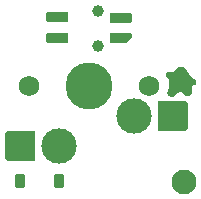
<source format=gbr>
%TF.GenerationSoftware,KiCad,Pcbnew,(7.0.0-0)*%
%TF.CreationDate,2023-04-16T17:27:38-07:00*%
%TF.ProjectId,Amoeba_executive,416d6f65-6261-45f6-9578-656375746976,rev?*%
%TF.SameCoordinates,Original*%
%TF.FileFunction,Soldermask,Bot*%
%TF.FilePolarity,Negative*%
%FSLAX46Y46*%
G04 Gerber Fmt 4.6, Leading zero omitted, Abs format (unit mm)*
G04 Created by KiCad (PCBNEW (7.0.0-0)) date 2023-04-16 17:27:38*
%MOMM*%
%LPD*%
G01*
G04 APERTURE LIST*
G04 Aperture macros list*
%AMRoundRect*
0 Rectangle with rounded corners*
0 $1 Rounding radius*
0 $2 $3 $4 $5 $6 $7 $8 $9 X,Y pos of 4 corners*
0 Add a 4 corners polygon primitive as box body*
4,1,4,$2,$3,$4,$5,$6,$7,$8,$9,$2,$3,0*
0 Add four circle primitives for the rounded corners*
1,1,$1+$1,$2,$3*
1,1,$1+$1,$4,$5*
1,1,$1+$1,$6,$7*
1,1,$1+$1,$8,$9*
0 Add four rect primitives between the rounded corners*
20,1,$1+$1,$2,$3,$4,$5,0*
20,1,$1+$1,$4,$5,$6,$7,0*
20,1,$1+$1,$6,$7,$8,$9,0*
20,1,$1+$1,$8,$9,$2,$3,0*%
%AMFreePoly0*
4,1,13,-0.909987,0.212526,-0.893809,0.293856,-0.847740,0.362805,-0.778791,0.408874,-0.697461,0.425052,0.909987,0.425052,0.909987,-0.425052,-0.697461,-0.425052,-0.778791,-0.408874,-0.847740,-0.362805,-0.893809,-0.293856,-0.909987,-0.212526,-0.909987,0.212526,-0.909987,0.212526,$1*%
%AMFreePoly1*
4,1,13,-0.909987,0.210051,-0.893998,0.290434,-0.848464,0.358580,-0.780318,0.404114,-0.699935,0.420103,0.909987,0.420103,0.909987,-0.420103,-0.699935,-0.420103,-0.780318,-0.404114,-0.848464,-0.358580,-0.893998,-0.290434,-0.909987,-0.210051,-0.909987,0.210051,-0.909987,0.210051,$1*%
%AMFreePoly2*
4,1,18,-0.744993,0.000000,-0.324890,0.420103,0.534941,0.420103,0.615324,0.404114,0.683470,0.358580,0.729004,0.290434,0.744993,0.210051,0.744993,-0.210051,0.729004,-0.290434,0.683470,-0.358580,0.615324,-0.404114,0.534941,-0.420103,-0.534941,-0.420103,-0.615324,-0.404114,-0.683470,-0.358580,-0.729004,-0.290434,-0.744993,-0.210051,-0.744993,0.000000,-0.744993,0.000000,$1*%
%AMFreePoly3*
4,1,13,-1.275000,1.000000,-1.255970,1.095671,-1.201777,1.176777,-1.120671,1.230970,-1.025000,1.250000,1.275000,1.250000,1.275000,-1.250000,-1.025000,-1.250000,-1.120671,-1.230970,-1.201777,-1.176777,-1.255970,-1.095671,-1.275000,-1.000000,-1.275000,1.000000,-1.275000,1.000000,$1*%
%AMFreePoly4*
4,1,13,-1.275000,1.250000,1.025000,1.250000,1.120671,1.230970,1.201777,1.176777,1.255970,1.095671,1.275000,1.000000,1.275000,-1.000000,1.255970,-1.095671,1.201777,-1.176777,1.120671,-1.230970,1.025000,-1.250000,-1.275000,-1.250000,-1.275000,1.250000,-1.275000,1.250000,$1*%
G04 Aperture macros list end*
%ADD10C,2.100000*%
%ADD11C,1.750000*%
%ADD12FreePoly0,0.000000*%
%ADD13FreePoly1,0.000000*%
%ADD14C,3.000000*%
%ADD15C,3.987800*%
%ADD16C,1.000000*%
%ADD17R,1.379987X0.840206*%
%ADD18FreePoly1,180.000000*%
%ADD19FreePoly2,180.000000*%
%ADD20FreePoly3,180.000000*%
%ADD21FreePoly4,180.000000*%
%ADD22RoundRect,0.225000X0.225000X0.375000X-0.225000X0.375000X-0.225000X-0.375000X0.225000X-0.375000X0*%
G04 APERTURE END LIST*
%TO.C,Amoeba-Logo-Small*%
G36*
X189556236Y-83739198D02*
G01*
X189578012Y-83740795D01*
X189599741Y-83743455D01*
X189621423Y-83747179D01*
X189643058Y-83751967D01*
X189664645Y-83757819D01*
X189686185Y-83764735D01*
X189707678Y-83772715D01*
X189729123Y-83781759D01*
X189750521Y-83791867D01*
X189771872Y-83803039D01*
X189793175Y-83815274D01*
X189814431Y-83828574D01*
X189835640Y-83842938D01*
X189853945Y-83856946D01*
X189871754Y-83872716D01*
X189889024Y-83889972D01*
X189905710Y-83908437D01*
X189921767Y-83927832D01*
X189937151Y-83947881D01*
X189951818Y-83968306D01*
X189965722Y-83988830D01*
X189978820Y-84009175D01*
X189991067Y-84029065D01*
X190002418Y-84048222D01*
X190012828Y-84066368D01*
X190022254Y-84083227D01*
X190030651Y-84098521D01*
X190037973Y-84111972D01*
X190044177Y-84123304D01*
X190061666Y-84154551D01*
X190078969Y-84184737D01*
X190096087Y-84213883D01*
X190113019Y-84242011D01*
X190129764Y-84269143D01*
X190146322Y-84295302D01*
X190162692Y-84320508D01*
X190178874Y-84344786D01*
X190194866Y-84368156D01*
X190210669Y-84390640D01*
X190226281Y-84412261D01*
X190241702Y-84433040D01*
X190256932Y-84453000D01*
X190271970Y-84472163D01*
X190286815Y-84490550D01*
X190301466Y-84508184D01*
X190315923Y-84525087D01*
X190330186Y-84541281D01*
X190344253Y-84556788D01*
X190358125Y-84571630D01*
X190371800Y-84585829D01*
X190385278Y-84599407D01*
X190398558Y-84612386D01*
X190411640Y-84624788D01*
X190424522Y-84636636D01*
X190437206Y-84647951D01*
X190449689Y-84658755D01*
X190461971Y-84669070D01*
X190474052Y-84678919D01*
X190485931Y-84688324D01*
X190497608Y-84697306D01*
X190509081Y-84705887D01*
X190520350Y-84714090D01*
X190531415Y-84721937D01*
X190542275Y-84729449D01*
X190552929Y-84736650D01*
X190563377Y-84743560D01*
X190573618Y-84750202D01*
X190583651Y-84756598D01*
X190593476Y-84762769D01*
X190603092Y-84768739D01*
X190612500Y-84774529D01*
X190621697Y-84780161D01*
X190630683Y-84785657D01*
X190639458Y-84791040D01*
X190648022Y-84796330D01*
X190656373Y-84801551D01*
X190664511Y-84806724D01*
X190672435Y-84811872D01*
X190680145Y-84817016D01*
X190687640Y-84822179D01*
X190694920Y-84827382D01*
X190701983Y-84832648D01*
X190708830Y-84837998D01*
X190715459Y-84843455D01*
X190721871Y-84849041D01*
X190728064Y-84854778D01*
X190734038Y-84860687D01*
X190739791Y-84866792D01*
X190745325Y-84873113D01*
X190750637Y-84879673D01*
X190755728Y-84886495D01*
X190760597Y-84893599D01*
X190765243Y-84901009D01*
X190769665Y-84908746D01*
X190773863Y-84916831D01*
X190777837Y-84925289D01*
X190781585Y-84934139D01*
X190785107Y-84943405D01*
X190788403Y-84953109D01*
X190791471Y-84963272D01*
X190794312Y-84973916D01*
X190796924Y-84985064D01*
X190799308Y-84996738D01*
X190801461Y-85008959D01*
X190803385Y-85021750D01*
X190805078Y-85035133D01*
X190806539Y-85049129D01*
X190807768Y-85063762D01*
X190808765Y-85079052D01*
X190809528Y-85095023D01*
X190810057Y-85111695D01*
X190810352Y-85129091D01*
X190810058Y-85142564D01*
X190809221Y-85155187D01*
X190807858Y-85166994D01*
X190805987Y-85178016D01*
X190803624Y-85188283D01*
X190800787Y-85197827D01*
X190797493Y-85206679D01*
X190793759Y-85214871D01*
X190789604Y-85222433D01*
X190785043Y-85229397D01*
X190780095Y-85235795D01*
X190774777Y-85241657D01*
X190769106Y-85247016D01*
X190763099Y-85251901D01*
X190756774Y-85256344D01*
X190750148Y-85260378D01*
X190743238Y-85264032D01*
X190736061Y-85267338D01*
X190728636Y-85270328D01*
X190720979Y-85273033D01*
X190713107Y-85275484D01*
X190705039Y-85277711D01*
X190696790Y-85279748D01*
X190688379Y-85281624D01*
X190679822Y-85283372D01*
X190671138Y-85285022D01*
X190662343Y-85286605D01*
X190653455Y-85288153D01*
X190644491Y-85289698D01*
X190635468Y-85291270D01*
X190626404Y-85292901D01*
X190617315Y-85294622D01*
X190608220Y-85296464D01*
X190599136Y-85298458D01*
X190590079Y-85300637D01*
X190581067Y-85303030D01*
X190572118Y-85305670D01*
X190563249Y-85308588D01*
X190554477Y-85311814D01*
X190545819Y-85315381D01*
X190537293Y-85319319D01*
X190528916Y-85323660D01*
X190520705Y-85328435D01*
X190512678Y-85333675D01*
X190504852Y-85339412D01*
X190497244Y-85345677D01*
X190489872Y-85352500D01*
X190482752Y-85359914D01*
X190475903Y-85367950D01*
X190469341Y-85376638D01*
X190463084Y-85386011D01*
X190457149Y-85396099D01*
X190451554Y-85406934D01*
X190446315Y-85418547D01*
X190441450Y-85430969D01*
X190436977Y-85444232D01*
X190432912Y-85458367D01*
X190429274Y-85473404D01*
X190426078Y-85489376D01*
X190423343Y-85506314D01*
X190421086Y-85524248D01*
X190419325Y-85543211D01*
X190418075Y-85563233D01*
X190417356Y-85584346D01*
X190417184Y-85606581D01*
X190417576Y-85629969D01*
X190418550Y-85654542D01*
X190420122Y-85680330D01*
X190422312Y-85707366D01*
X190425135Y-85735680D01*
X190428609Y-85765303D01*
X190432099Y-85793672D01*
X190435115Y-85820143D01*
X190437549Y-85844905D01*
X190439295Y-85868150D01*
X190440244Y-85890068D01*
X190440290Y-85910848D01*
X190439323Y-85930682D01*
X190437238Y-85949760D01*
X190433925Y-85968271D01*
X190429279Y-85986407D01*
X190423191Y-86004357D01*
X190415553Y-86022313D01*
X190406259Y-86040464D01*
X190395200Y-86059000D01*
X190382269Y-86078112D01*
X190368356Y-86096629D01*
X190353804Y-86113868D01*
X190338614Y-86129831D01*
X190322785Y-86144516D01*
X190306318Y-86157924D01*
X190289213Y-86170056D01*
X190271468Y-86180911D01*
X190253086Y-86190488D01*
X190234065Y-86198789D01*
X190214405Y-86205812D01*
X190194107Y-86211559D01*
X190173170Y-86216028D01*
X190151595Y-86219221D01*
X190129382Y-86221137D01*
X190106530Y-86221775D01*
X190055552Y-86221775D01*
X190031806Y-86221201D01*
X190008597Y-86219477D01*
X189985924Y-86216605D01*
X189963787Y-86212584D01*
X189942186Y-86207413D01*
X189921122Y-86201094D01*
X189900594Y-86193626D01*
X189880601Y-86185009D01*
X189861145Y-86175243D01*
X189842226Y-86164327D01*
X189823842Y-86152263D01*
X189805143Y-86138824D01*
X189787973Y-86124457D01*
X189772332Y-86109164D01*
X189758221Y-86092943D01*
X189745639Y-86075796D01*
X189734586Y-86057721D01*
X189725062Y-86038720D01*
X189717068Y-86018792D01*
X189710603Y-85997938D01*
X189705668Y-85976157D01*
X189687179Y-85964514D01*
X189668488Y-85953735D01*
X189649606Y-85943824D01*
X189630545Y-85934782D01*
X189611317Y-85926611D01*
X189591934Y-85919313D01*
X189572408Y-85912891D01*
X189552750Y-85907345D01*
X189532972Y-85902679D01*
X189513087Y-85898894D01*
X189493105Y-85895993D01*
X189473040Y-85893976D01*
X189452901Y-85892847D01*
X189432703Y-85892608D01*
X189412455Y-85893259D01*
X189392171Y-85894804D01*
X189371861Y-85897245D01*
X189351539Y-85900583D01*
X189331215Y-85904820D01*
X189310901Y-85909959D01*
X189290610Y-85916001D01*
X189270352Y-85922948D01*
X189250141Y-85930804D01*
X189229987Y-85939568D01*
X189209903Y-85949244D01*
X189189900Y-85959834D01*
X189169991Y-85971339D01*
X189150187Y-85983762D01*
X189130499Y-85997105D01*
X189110940Y-86011369D01*
X189091522Y-86026557D01*
X189072256Y-86042670D01*
X189067737Y-86062713D01*
X189061596Y-86082061D01*
X189053834Y-86100714D01*
X189044449Y-86118672D01*
X189033443Y-86135935D01*
X189020815Y-86152503D01*
X189006565Y-86168376D01*
X188990692Y-86183553D01*
X188973198Y-86198035D01*
X188954082Y-86211822D01*
X188935383Y-86225029D01*
X188916359Y-86236847D01*
X188897011Y-86247273D01*
X188877339Y-86256310D01*
X188857342Y-86263956D01*
X188837021Y-86270212D01*
X188816376Y-86275078D01*
X188795406Y-86278554D01*
X188774112Y-86280639D01*
X188752493Y-86281334D01*
X188701515Y-86281334D01*
X188678931Y-86280675D01*
X188656903Y-86278698D01*
X188635431Y-86275402D01*
X188614515Y-86270789D01*
X188594155Y-86264857D01*
X188574352Y-86257607D01*
X188555104Y-86249039D01*
X188536413Y-86239153D01*
X188518277Y-86227948D01*
X188500698Y-86215425D01*
X188483675Y-86201585D01*
X188467208Y-86186425D01*
X188451297Y-86169948D01*
X188435942Y-86152153D01*
X188421143Y-86133039D01*
X188408092Y-86114607D01*
X188396175Y-86097388D01*
X188385469Y-86081032D01*
X188376053Y-86065189D01*
X188368001Y-86049511D01*
X188361391Y-86033648D01*
X188356299Y-86017249D01*
X188352803Y-85999966D01*
X188350978Y-85981450D01*
X188350902Y-85961349D01*
X188352652Y-85939316D01*
X188356303Y-85915000D01*
X188361933Y-85888053D01*
X188369619Y-85858123D01*
X188379436Y-85824863D01*
X188390967Y-85787280D01*
X188401905Y-85750525D01*
X188412262Y-85714586D01*
X188422046Y-85679453D01*
X188431268Y-85645114D01*
X188439938Y-85611559D01*
X188448066Y-85578778D01*
X188455662Y-85546759D01*
X188462735Y-85515491D01*
X188469296Y-85484963D01*
X188475354Y-85455166D01*
X188480920Y-85426087D01*
X188486003Y-85397716D01*
X188490614Y-85370043D01*
X188494763Y-85343055D01*
X188498459Y-85316744D01*
X188501712Y-85291097D01*
X188504532Y-85266103D01*
X188506930Y-85241753D01*
X188508915Y-85218035D01*
X188510497Y-85194938D01*
X188511686Y-85172452D01*
X188512493Y-85150565D01*
X188512926Y-85129267D01*
X188512997Y-85108547D01*
X188512714Y-85088394D01*
X188512089Y-85068798D01*
X188511130Y-85049747D01*
X188509848Y-85031230D01*
X188508253Y-85013237D01*
X188506355Y-84995757D01*
X188504164Y-84978780D01*
X188501689Y-84962293D01*
X188498941Y-84946287D01*
X188495929Y-84930750D01*
X188492664Y-84915672D01*
X188489156Y-84901042D01*
X188485414Y-84886849D01*
X188481449Y-84873082D01*
X188477270Y-84859731D01*
X188472887Y-84846784D01*
X188468311Y-84834230D01*
X188463551Y-84822060D01*
X188458617Y-84810261D01*
X188453519Y-84798824D01*
X188448268Y-84787737D01*
X188442873Y-84776989D01*
X188437343Y-84766570D01*
X188431690Y-84756469D01*
X188425923Y-84746675D01*
X188420052Y-84737176D01*
X188414087Y-84727964D01*
X188408037Y-84719025D01*
X188401914Y-84710350D01*
X188395726Y-84701928D01*
X188389484Y-84693748D01*
X188383197Y-84685799D01*
X188376877Y-84678070D01*
X188370532Y-84670550D01*
X188364172Y-84663229D01*
X188357808Y-84656096D01*
X188351450Y-84649140D01*
X188345107Y-84642349D01*
X188338790Y-84635714D01*
X188332508Y-84629223D01*
X188326271Y-84622866D01*
X188320089Y-84616631D01*
X188313973Y-84610508D01*
X188307932Y-84604487D01*
X188301976Y-84598555D01*
X188296116Y-84592703D01*
X188290360Y-84586919D01*
X188284720Y-84581192D01*
X188279204Y-84575513D01*
X188273824Y-84569869D01*
X188268588Y-84564251D01*
X188263508Y-84558647D01*
X188258592Y-84553046D01*
X188253851Y-84547438D01*
X188249294Y-84541811D01*
X188244933Y-84536156D01*
X188240776Y-84530460D01*
X188236834Y-84524714D01*
X188233116Y-84518906D01*
X188229633Y-84513026D01*
X188226395Y-84507062D01*
X188223411Y-84501005D01*
X188220691Y-84494842D01*
X188218246Y-84488563D01*
X188216085Y-84482158D01*
X188214219Y-84475616D01*
X188212656Y-84468925D01*
X188211408Y-84462075D01*
X188210485Y-84455054D01*
X188209895Y-84447853D01*
X188209649Y-84440461D01*
X188209758Y-84432865D01*
X188210231Y-84425057D01*
X188211077Y-84417024D01*
X188212308Y-84408756D01*
X188213932Y-84400242D01*
X188215960Y-84391472D01*
X188218402Y-84382434D01*
X188221268Y-84373117D01*
X188224568Y-84363512D01*
X188232272Y-84343807D01*
X188240589Y-84325621D01*
X188249497Y-84308897D01*
X188258977Y-84293576D01*
X188269007Y-84279603D01*
X188279569Y-84266919D01*
X188290640Y-84255466D01*
X188302201Y-84245189D01*
X188314231Y-84236028D01*
X188326710Y-84227927D01*
X188339618Y-84220829D01*
X188352933Y-84214675D01*
X188366637Y-84209410D01*
X188380708Y-84204974D01*
X188395125Y-84201311D01*
X188409869Y-84198364D01*
X188424920Y-84196074D01*
X188440255Y-84194385D01*
X188455857Y-84193240D01*
X188471703Y-84192580D01*
X188487773Y-84192349D01*
X188504048Y-84192489D01*
X188520506Y-84192942D01*
X188537128Y-84193652D01*
X188553893Y-84194560D01*
X188570780Y-84195610D01*
X188587769Y-84196745D01*
X188604839Y-84197905D01*
X188621971Y-84199036D01*
X188639144Y-84200078D01*
X188656338Y-84200974D01*
X188673531Y-84201668D01*
X188690704Y-84202102D01*
X188707837Y-84202218D01*
X188724908Y-84201958D01*
X188741898Y-84201267D01*
X188758785Y-84200085D01*
X188775551Y-84198357D01*
X188792173Y-84196023D01*
X188808633Y-84193028D01*
X188824909Y-84189313D01*
X188840981Y-84184822D01*
X188856829Y-84179496D01*
X188872431Y-84173279D01*
X188887769Y-84166113D01*
X188902821Y-84157940D01*
X188917568Y-84148704D01*
X188931987Y-84138346D01*
X188946061Y-84126810D01*
X188959766Y-84114039D01*
X188968506Y-84104195D01*
X188977941Y-84091567D01*
X188988082Y-84076527D01*
X188998938Y-84059445D01*
X189010518Y-84040693D01*
X189022833Y-84020641D01*
X189035892Y-83999661D01*
X189049705Y-83978125D01*
X189064281Y-83956402D01*
X189079631Y-83934864D01*
X189095762Y-83913882D01*
X189112687Y-83893827D01*
X189130413Y-83875071D01*
X189148950Y-83857984D01*
X189168309Y-83842937D01*
X189189826Y-83828574D01*
X189211342Y-83815274D01*
X189232857Y-83803038D01*
X189254373Y-83791866D01*
X189275889Y-83781758D01*
X189297405Y-83772714D01*
X189318921Y-83764734D01*
X189340436Y-83757818D01*
X189361952Y-83751966D01*
X189383468Y-83747178D01*
X189404984Y-83743454D01*
X189426500Y-83740794D01*
X189448016Y-83739198D01*
X189469532Y-83738666D01*
X189534412Y-83738666D01*
X189556236Y-83739198D01*
G37*
%TD*%
D10*
%TO.C,REF\u002A\u002A*%
X189783700Y-93473900D03*
%TD*%
D11*
%TO.C,SW1*%
X176628700Y-85398900D03*
X176628700Y-85398900D03*
D12*
X179019199Y-79554086D03*
D13*
X179019212Y-81303931D03*
D14*
X179168700Y-90478900D03*
D15*
X181708700Y-85398900D03*
X181708700Y-85398900D03*
D16*
X182459200Y-78969035D03*
X182459200Y-81968765D03*
D17*
X184179205Y-81309034D03*
D18*
X184399199Y-79559034D03*
D19*
X184564192Y-81309034D03*
D14*
X185518700Y-87938900D03*
D11*
X186788700Y-85398900D03*
X186788700Y-85398900D03*
D20*
X188793699Y-87938899D03*
D21*
X175866699Y-90478899D03*
%TD*%
D22*
%TO.C,D1*%
X179170000Y-93427200D03*
X175870000Y-93427200D03*
%TD*%
M02*

</source>
